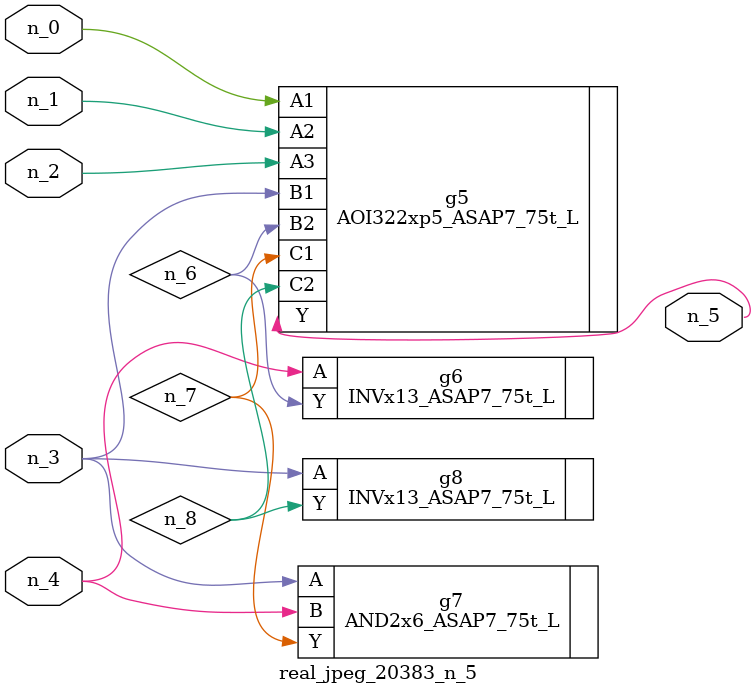
<source format=v>
module real_jpeg_20383_n_5 (n_4, n_0, n_1, n_2, n_3, n_5);

input n_4;
input n_0;
input n_1;
input n_2;
input n_3;

output n_5;

wire n_8;
wire n_6;
wire n_7;

AOI322xp5_ASAP7_75t_L g5 ( 
.A1(n_0),
.A2(n_1),
.A3(n_2),
.B1(n_3),
.B2(n_6),
.C1(n_7),
.C2(n_8),
.Y(n_5)
);

AND2x6_ASAP7_75t_L g7 ( 
.A(n_3),
.B(n_4),
.Y(n_7)
);

INVx13_ASAP7_75t_L g8 ( 
.A(n_3),
.Y(n_8)
);

INVx13_ASAP7_75t_L g6 ( 
.A(n_4),
.Y(n_6)
);


endmodule
</source>
